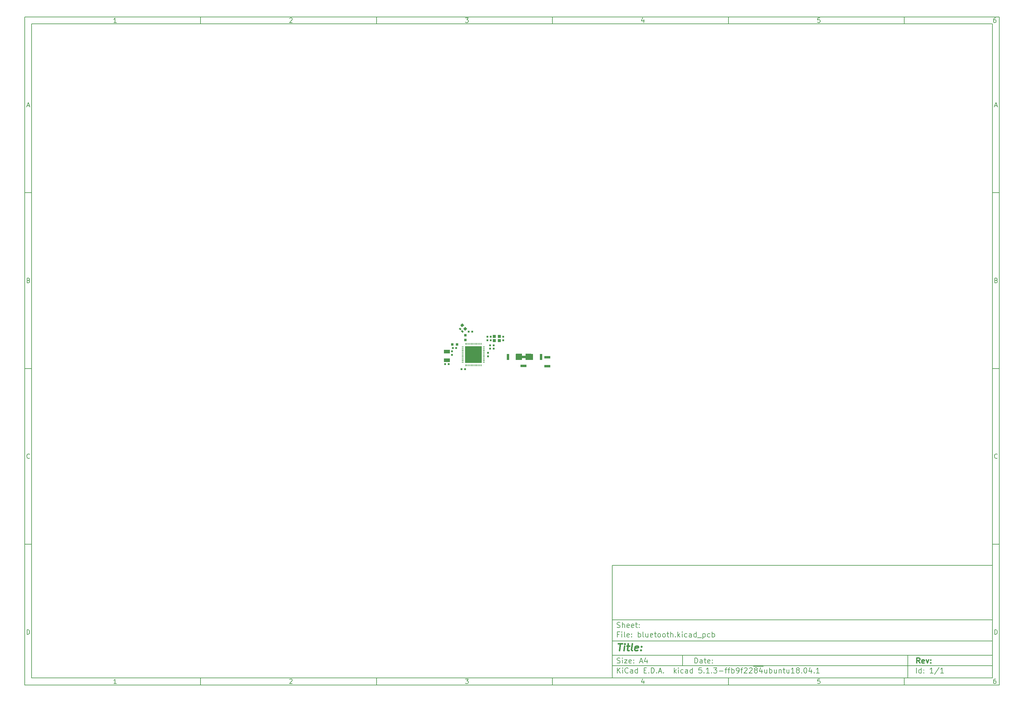
<source format=gbr>
%TF.GenerationSoftware,KiCad,Pcbnew,5.1.3-ffb9f22~84~ubuntu18.04.1*%
%TF.CreationDate,2019-07-25T20:39:45+03:00*%
%TF.ProjectId,bluetooth,626c7565-746f-46f7-9468-2e6b69636164,rev?*%
%TF.SameCoordinates,Original*%
%TF.FileFunction,Paste,Top*%
%TF.FilePolarity,Positive*%
%FSLAX45Y45*%
G04 Gerber Fmt 4.5, Leading zero omitted, Abs format (unit mm)*
G04 Created by KiCad (PCBNEW 5.1.3-ffb9f22~84~ubuntu18.04.1) date 2019-07-25 20:39:45*
%MOMM*%
%LPD*%
G04 APERTURE LIST*
%ADD10C,0.100000*%
%ADD11C,0.150000*%
%ADD12C,0.300000*%
%ADD13C,0.400000*%
%ADD14R,0.800000X1.750000*%
%ADD15R,1.750000X0.800000*%
%ADD16O,0.650000X0.200000*%
%ADD17O,0.200000X0.650000*%
%ADD18R,4.700000X4.700000*%
%ADD19R,0.600000X0.500000*%
%ADD20C,0.750000*%
%ADD21C,0.500000*%
%ADD22R,0.800000X0.750000*%
%ADD23R,0.500000X0.600000*%
%ADD24R,0.950000X0.850000*%
%ADD25R,0.750000X0.800000*%
%ADD26R,1.800000X1.000000*%
G04 APERTURE END LIST*
D10*
D11*
X17700220Y-16600720D02*
X17700220Y-19800720D01*
X28500220Y-19800720D01*
X28500220Y-16600720D01*
X17700220Y-16600720D01*
D10*
D11*
X1000000Y-1000000D02*
X1000000Y-20000720D01*
X28700220Y-20000720D01*
X28700220Y-1000000D01*
X1000000Y-1000000D01*
D10*
D11*
X1200000Y-1200000D02*
X1200000Y-19800720D01*
X28500220Y-19800720D01*
X28500220Y-1200000D01*
X1200000Y-1200000D01*
D10*
D11*
X6000000Y-1200000D02*
X6000000Y-1000000D01*
D10*
D11*
X11000000Y-1200000D02*
X11000000Y-1000000D01*
D10*
D11*
X16000000Y-1200000D02*
X16000000Y-1000000D01*
D10*
D11*
X21000000Y-1200000D02*
X21000000Y-1000000D01*
D10*
D11*
X26000000Y-1200000D02*
X26000000Y-1000000D01*
D10*
D11*
X3606548Y-1158810D02*
X3532262Y-1158810D01*
X3569405Y-1158810D02*
X3569405Y-1028809D01*
X3557024Y-1047381D01*
X3544643Y-1059762D01*
X3532262Y-1065952D01*
D10*
D11*
X8532262Y-1041190D02*
X8538452Y-1035000D01*
X8550833Y-1028809D01*
X8581786Y-1028809D01*
X8594167Y-1035000D01*
X8600357Y-1041190D01*
X8606548Y-1053571D01*
X8606548Y-1065952D01*
X8600357Y-1084524D01*
X8526071Y-1158810D01*
X8606548Y-1158810D01*
D10*
D11*
X13526071Y-1028809D02*
X13606548Y-1028809D01*
X13563214Y-1078333D01*
X13581786Y-1078333D01*
X13594167Y-1084524D01*
X13600357Y-1090714D01*
X13606548Y-1103095D01*
X13606548Y-1134048D01*
X13600357Y-1146429D01*
X13594167Y-1152619D01*
X13581786Y-1158810D01*
X13544643Y-1158810D01*
X13532262Y-1152619D01*
X13526071Y-1146429D01*
D10*
D11*
X18594167Y-1072143D02*
X18594167Y-1158810D01*
X18563214Y-1022619D02*
X18532262Y-1115476D01*
X18612738Y-1115476D01*
D10*
D11*
X23600357Y-1028809D02*
X23538452Y-1028809D01*
X23532262Y-1090714D01*
X23538452Y-1084524D01*
X23550833Y-1078333D01*
X23581786Y-1078333D01*
X23594167Y-1084524D01*
X23600357Y-1090714D01*
X23606548Y-1103095D01*
X23606548Y-1134048D01*
X23600357Y-1146429D01*
X23594167Y-1152619D01*
X23581786Y-1158810D01*
X23550833Y-1158810D01*
X23538452Y-1152619D01*
X23532262Y-1146429D01*
D10*
D11*
X28594167Y-1028809D02*
X28569405Y-1028809D01*
X28557024Y-1035000D01*
X28550833Y-1041190D01*
X28538452Y-1059762D01*
X28532262Y-1084524D01*
X28532262Y-1134048D01*
X28538452Y-1146429D01*
X28544643Y-1152619D01*
X28557024Y-1158810D01*
X28581786Y-1158810D01*
X28594167Y-1152619D01*
X28600357Y-1146429D01*
X28606548Y-1134048D01*
X28606548Y-1103095D01*
X28600357Y-1090714D01*
X28594167Y-1084524D01*
X28581786Y-1078333D01*
X28557024Y-1078333D01*
X28544643Y-1084524D01*
X28538452Y-1090714D01*
X28532262Y-1103095D01*
D10*
D11*
X6000000Y-19800720D02*
X6000000Y-20000720D01*
D10*
D11*
X11000000Y-19800720D02*
X11000000Y-20000720D01*
D10*
D11*
X16000000Y-19800720D02*
X16000000Y-20000720D01*
D10*
D11*
X21000000Y-19800720D02*
X21000000Y-20000720D01*
D10*
D11*
X26000000Y-19800720D02*
X26000000Y-20000720D01*
D10*
D11*
X3606548Y-19959530D02*
X3532262Y-19959530D01*
X3569405Y-19959530D02*
X3569405Y-19829530D01*
X3557024Y-19848101D01*
X3544643Y-19860482D01*
X3532262Y-19866672D01*
D10*
D11*
X8532262Y-19841910D02*
X8538452Y-19835720D01*
X8550833Y-19829530D01*
X8581786Y-19829530D01*
X8594167Y-19835720D01*
X8600357Y-19841910D01*
X8606548Y-19854291D01*
X8606548Y-19866672D01*
X8600357Y-19885244D01*
X8526071Y-19959530D01*
X8606548Y-19959530D01*
D10*
D11*
X13526071Y-19829530D02*
X13606548Y-19829530D01*
X13563214Y-19879053D01*
X13581786Y-19879053D01*
X13594167Y-19885244D01*
X13600357Y-19891434D01*
X13606548Y-19903815D01*
X13606548Y-19934768D01*
X13600357Y-19947149D01*
X13594167Y-19953339D01*
X13581786Y-19959530D01*
X13544643Y-19959530D01*
X13532262Y-19953339D01*
X13526071Y-19947149D01*
D10*
D11*
X18594167Y-19872863D02*
X18594167Y-19959530D01*
X18563214Y-19823339D02*
X18532262Y-19916196D01*
X18612738Y-19916196D01*
D10*
D11*
X23600357Y-19829530D02*
X23538452Y-19829530D01*
X23532262Y-19891434D01*
X23538452Y-19885244D01*
X23550833Y-19879053D01*
X23581786Y-19879053D01*
X23594167Y-19885244D01*
X23600357Y-19891434D01*
X23606548Y-19903815D01*
X23606548Y-19934768D01*
X23600357Y-19947149D01*
X23594167Y-19953339D01*
X23581786Y-19959530D01*
X23550833Y-19959530D01*
X23538452Y-19953339D01*
X23532262Y-19947149D01*
D10*
D11*
X28594167Y-19829530D02*
X28569405Y-19829530D01*
X28557024Y-19835720D01*
X28550833Y-19841910D01*
X28538452Y-19860482D01*
X28532262Y-19885244D01*
X28532262Y-19934768D01*
X28538452Y-19947149D01*
X28544643Y-19953339D01*
X28557024Y-19959530D01*
X28581786Y-19959530D01*
X28594167Y-19953339D01*
X28600357Y-19947149D01*
X28606548Y-19934768D01*
X28606548Y-19903815D01*
X28600357Y-19891434D01*
X28594167Y-19885244D01*
X28581786Y-19879053D01*
X28557024Y-19879053D01*
X28544643Y-19885244D01*
X28538452Y-19891434D01*
X28532262Y-19903815D01*
D10*
D11*
X1000000Y-6000000D02*
X1200000Y-6000000D01*
D10*
D11*
X1000000Y-11000000D02*
X1200000Y-11000000D01*
D10*
D11*
X1000000Y-16000000D02*
X1200000Y-16000000D01*
D10*
D11*
X1069048Y-3521667D02*
X1130952Y-3521667D01*
X1056667Y-3558809D02*
X1100000Y-3428809D01*
X1143333Y-3558809D01*
D10*
D11*
X1109286Y-8490714D02*
X1127857Y-8496905D01*
X1134048Y-8503095D01*
X1140238Y-8515476D01*
X1140238Y-8534048D01*
X1134048Y-8546429D01*
X1127857Y-8552619D01*
X1115476Y-8558810D01*
X1065952Y-8558810D01*
X1065952Y-8428810D01*
X1109286Y-8428810D01*
X1121667Y-8435000D01*
X1127857Y-8441190D01*
X1134048Y-8453571D01*
X1134048Y-8465952D01*
X1127857Y-8478333D01*
X1121667Y-8484524D01*
X1109286Y-8490714D01*
X1065952Y-8490714D01*
D10*
D11*
X1140238Y-13546428D02*
X1134048Y-13552619D01*
X1115476Y-13558809D01*
X1103095Y-13558809D01*
X1084524Y-13552619D01*
X1072143Y-13540238D01*
X1065952Y-13527857D01*
X1059762Y-13503095D01*
X1059762Y-13484524D01*
X1065952Y-13459762D01*
X1072143Y-13447381D01*
X1084524Y-13435000D01*
X1103095Y-13428809D01*
X1115476Y-13428809D01*
X1134048Y-13435000D01*
X1140238Y-13441190D01*
D10*
D11*
X1065952Y-18558810D02*
X1065952Y-18428810D01*
X1096905Y-18428810D01*
X1115476Y-18435000D01*
X1127857Y-18447381D01*
X1134048Y-18459762D01*
X1140238Y-18484524D01*
X1140238Y-18503095D01*
X1134048Y-18527857D01*
X1127857Y-18540238D01*
X1115476Y-18552619D01*
X1096905Y-18558810D01*
X1065952Y-18558810D01*
D10*
D11*
X28700220Y-6000000D02*
X28500220Y-6000000D01*
D10*
D11*
X28700220Y-11000000D02*
X28500220Y-11000000D01*
D10*
D11*
X28700220Y-16000000D02*
X28500220Y-16000000D01*
D10*
D11*
X28569268Y-3521667D02*
X28631172Y-3521667D01*
X28556887Y-3558809D02*
X28600220Y-3428809D01*
X28643553Y-3558809D01*
D10*
D11*
X28609506Y-8490714D02*
X28628077Y-8496905D01*
X28634268Y-8503095D01*
X28640458Y-8515476D01*
X28640458Y-8534048D01*
X28634268Y-8546429D01*
X28628077Y-8552619D01*
X28615696Y-8558810D01*
X28566172Y-8558810D01*
X28566172Y-8428810D01*
X28609506Y-8428810D01*
X28621887Y-8435000D01*
X28628077Y-8441190D01*
X28634268Y-8453571D01*
X28634268Y-8465952D01*
X28628077Y-8478333D01*
X28621887Y-8484524D01*
X28609506Y-8490714D01*
X28566172Y-8490714D01*
D10*
D11*
X28640458Y-13546428D02*
X28634268Y-13552619D01*
X28615696Y-13558809D01*
X28603315Y-13558809D01*
X28584744Y-13552619D01*
X28572363Y-13540238D01*
X28566172Y-13527857D01*
X28559982Y-13503095D01*
X28559982Y-13484524D01*
X28566172Y-13459762D01*
X28572363Y-13447381D01*
X28584744Y-13435000D01*
X28603315Y-13428809D01*
X28615696Y-13428809D01*
X28634268Y-13435000D01*
X28640458Y-13441190D01*
D10*
D11*
X28566172Y-18558810D02*
X28566172Y-18428810D01*
X28597125Y-18428810D01*
X28615696Y-18435000D01*
X28628077Y-18447381D01*
X28634268Y-18459762D01*
X28640458Y-18484524D01*
X28640458Y-18503095D01*
X28634268Y-18527857D01*
X28628077Y-18540238D01*
X28615696Y-18552619D01*
X28597125Y-18558810D01*
X28566172Y-18558810D01*
D10*
D11*
X20043434Y-19378577D02*
X20043434Y-19228577D01*
X20079149Y-19228577D01*
X20100577Y-19235720D01*
X20114863Y-19250006D01*
X20122006Y-19264291D01*
X20129149Y-19292863D01*
X20129149Y-19314291D01*
X20122006Y-19342863D01*
X20114863Y-19357149D01*
X20100577Y-19371434D01*
X20079149Y-19378577D01*
X20043434Y-19378577D01*
X20257720Y-19378577D02*
X20257720Y-19300006D01*
X20250577Y-19285720D01*
X20236291Y-19278577D01*
X20207720Y-19278577D01*
X20193434Y-19285720D01*
X20257720Y-19371434D02*
X20243434Y-19378577D01*
X20207720Y-19378577D01*
X20193434Y-19371434D01*
X20186291Y-19357149D01*
X20186291Y-19342863D01*
X20193434Y-19328577D01*
X20207720Y-19321434D01*
X20243434Y-19321434D01*
X20257720Y-19314291D01*
X20307720Y-19278577D02*
X20364863Y-19278577D01*
X20329149Y-19228577D02*
X20329149Y-19357149D01*
X20336291Y-19371434D01*
X20350577Y-19378577D01*
X20364863Y-19378577D01*
X20472006Y-19371434D02*
X20457720Y-19378577D01*
X20429149Y-19378577D01*
X20414863Y-19371434D01*
X20407720Y-19357149D01*
X20407720Y-19300006D01*
X20414863Y-19285720D01*
X20429149Y-19278577D01*
X20457720Y-19278577D01*
X20472006Y-19285720D01*
X20479149Y-19300006D01*
X20479149Y-19314291D01*
X20407720Y-19328577D01*
X20543434Y-19364291D02*
X20550577Y-19371434D01*
X20543434Y-19378577D01*
X20536291Y-19371434D01*
X20543434Y-19364291D01*
X20543434Y-19378577D01*
X20543434Y-19285720D02*
X20550577Y-19292863D01*
X20543434Y-19300006D01*
X20536291Y-19292863D01*
X20543434Y-19285720D01*
X20543434Y-19300006D01*
D10*
D11*
X17700220Y-19450720D02*
X28500220Y-19450720D01*
D10*
D11*
X17843434Y-19658577D02*
X17843434Y-19508577D01*
X17929149Y-19658577D02*
X17864863Y-19572863D01*
X17929149Y-19508577D02*
X17843434Y-19594291D01*
X17993434Y-19658577D02*
X17993434Y-19558577D01*
X17993434Y-19508577D02*
X17986291Y-19515720D01*
X17993434Y-19522863D01*
X18000577Y-19515720D01*
X17993434Y-19508577D01*
X17993434Y-19522863D01*
X18150577Y-19644291D02*
X18143434Y-19651434D01*
X18122006Y-19658577D01*
X18107720Y-19658577D01*
X18086291Y-19651434D01*
X18072006Y-19637149D01*
X18064863Y-19622863D01*
X18057720Y-19594291D01*
X18057720Y-19572863D01*
X18064863Y-19544291D01*
X18072006Y-19530006D01*
X18086291Y-19515720D01*
X18107720Y-19508577D01*
X18122006Y-19508577D01*
X18143434Y-19515720D01*
X18150577Y-19522863D01*
X18279149Y-19658577D02*
X18279149Y-19580006D01*
X18272006Y-19565720D01*
X18257720Y-19558577D01*
X18229149Y-19558577D01*
X18214863Y-19565720D01*
X18279149Y-19651434D02*
X18264863Y-19658577D01*
X18229149Y-19658577D01*
X18214863Y-19651434D01*
X18207720Y-19637149D01*
X18207720Y-19622863D01*
X18214863Y-19608577D01*
X18229149Y-19601434D01*
X18264863Y-19601434D01*
X18279149Y-19594291D01*
X18414863Y-19658577D02*
X18414863Y-19508577D01*
X18414863Y-19651434D02*
X18400577Y-19658577D01*
X18372006Y-19658577D01*
X18357720Y-19651434D01*
X18350577Y-19644291D01*
X18343434Y-19630006D01*
X18343434Y-19587149D01*
X18350577Y-19572863D01*
X18357720Y-19565720D01*
X18372006Y-19558577D01*
X18400577Y-19558577D01*
X18414863Y-19565720D01*
X18600577Y-19580006D02*
X18650577Y-19580006D01*
X18672006Y-19658577D02*
X18600577Y-19658577D01*
X18600577Y-19508577D01*
X18672006Y-19508577D01*
X18736291Y-19644291D02*
X18743434Y-19651434D01*
X18736291Y-19658577D01*
X18729149Y-19651434D01*
X18736291Y-19644291D01*
X18736291Y-19658577D01*
X18807720Y-19658577D02*
X18807720Y-19508577D01*
X18843434Y-19508577D01*
X18864863Y-19515720D01*
X18879149Y-19530006D01*
X18886291Y-19544291D01*
X18893434Y-19572863D01*
X18893434Y-19594291D01*
X18886291Y-19622863D01*
X18879149Y-19637149D01*
X18864863Y-19651434D01*
X18843434Y-19658577D01*
X18807720Y-19658577D01*
X18957720Y-19644291D02*
X18964863Y-19651434D01*
X18957720Y-19658577D01*
X18950577Y-19651434D01*
X18957720Y-19644291D01*
X18957720Y-19658577D01*
X19022006Y-19615720D02*
X19093434Y-19615720D01*
X19007720Y-19658577D02*
X19057720Y-19508577D01*
X19107720Y-19658577D01*
X19157720Y-19644291D02*
X19164863Y-19651434D01*
X19157720Y-19658577D01*
X19150577Y-19651434D01*
X19157720Y-19644291D01*
X19157720Y-19658577D01*
X19457720Y-19658577D02*
X19457720Y-19508577D01*
X19472006Y-19601434D02*
X19514863Y-19658577D01*
X19514863Y-19558577D02*
X19457720Y-19615720D01*
X19579149Y-19658577D02*
X19579149Y-19558577D01*
X19579149Y-19508577D02*
X19572006Y-19515720D01*
X19579149Y-19522863D01*
X19586291Y-19515720D01*
X19579149Y-19508577D01*
X19579149Y-19522863D01*
X19714863Y-19651434D02*
X19700577Y-19658577D01*
X19672006Y-19658577D01*
X19657720Y-19651434D01*
X19650577Y-19644291D01*
X19643434Y-19630006D01*
X19643434Y-19587149D01*
X19650577Y-19572863D01*
X19657720Y-19565720D01*
X19672006Y-19558577D01*
X19700577Y-19558577D01*
X19714863Y-19565720D01*
X19843434Y-19658577D02*
X19843434Y-19580006D01*
X19836291Y-19565720D01*
X19822006Y-19558577D01*
X19793434Y-19558577D01*
X19779149Y-19565720D01*
X19843434Y-19651434D02*
X19829149Y-19658577D01*
X19793434Y-19658577D01*
X19779149Y-19651434D01*
X19772006Y-19637149D01*
X19772006Y-19622863D01*
X19779149Y-19608577D01*
X19793434Y-19601434D01*
X19829149Y-19601434D01*
X19843434Y-19594291D01*
X19979149Y-19658577D02*
X19979149Y-19508577D01*
X19979149Y-19651434D02*
X19964863Y-19658577D01*
X19936291Y-19658577D01*
X19922006Y-19651434D01*
X19914863Y-19644291D01*
X19907720Y-19630006D01*
X19907720Y-19587149D01*
X19914863Y-19572863D01*
X19922006Y-19565720D01*
X19936291Y-19558577D01*
X19964863Y-19558577D01*
X19979149Y-19565720D01*
X20236291Y-19508577D02*
X20164863Y-19508577D01*
X20157720Y-19580006D01*
X20164863Y-19572863D01*
X20179149Y-19565720D01*
X20214863Y-19565720D01*
X20229149Y-19572863D01*
X20236291Y-19580006D01*
X20243434Y-19594291D01*
X20243434Y-19630006D01*
X20236291Y-19644291D01*
X20229149Y-19651434D01*
X20214863Y-19658577D01*
X20179149Y-19658577D01*
X20164863Y-19651434D01*
X20157720Y-19644291D01*
X20307720Y-19644291D02*
X20314863Y-19651434D01*
X20307720Y-19658577D01*
X20300577Y-19651434D01*
X20307720Y-19644291D01*
X20307720Y-19658577D01*
X20457720Y-19658577D02*
X20372006Y-19658577D01*
X20414863Y-19658577D02*
X20414863Y-19508577D01*
X20400577Y-19530006D01*
X20386291Y-19544291D01*
X20372006Y-19551434D01*
X20522006Y-19644291D02*
X20529149Y-19651434D01*
X20522006Y-19658577D01*
X20514863Y-19651434D01*
X20522006Y-19644291D01*
X20522006Y-19658577D01*
X20579149Y-19508577D02*
X20672006Y-19508577D01*
X20622006Y-19565720D01*
X20643434Y-19565720D01*
X20657720Y-19572863D01*
X20664863Y-19580006D01*
X20672006Y-19594291D01*
X20672006Y-19630006D01*
X20664863Y-19644291D01*
X20657720Y-19651434D01*
X20643434Y-19658577D01*
X20600577Y-19658577D01*
X20586291Y-19651434D01*
X20579149Y-19644291D01*
X20736291Y-19601434D02*
X20850577Y-19601434D01*
X20900577Y-19558577D02*
X20957720Y-19558577D01*
X20922006Y-19658577D02*
X20922006Y-19530006D01*
X20929149Y-19515720D01*
X20943434Y-19508577D01*
X20957720Y-19508577D01*
X20986291Y-19558577D02*
X21043434Y-19558577D01*
X21007720Y-19658577D02*
X21007720Y-19530006D01*
X21014863Y-19515720D01*
X21029149Y-19508577D01*
X21043434Y-19508577D01*
X21093434Y-19658577D02*
X21093434Y-19508577D01*
X21093434Y-19565720D02*
X21107720Y-19558577D01*
X21136291Y-19558577D01*
X21150577Y-19565720D01*
X21157720Y-19572863D01*
X21164863Y-19587149D01*
X21164863Y-19630006D01*
X21157720Y-19644291D01*
X21150577Y-19651434D01*
X21136291Y-19658577D01*
X21107720Y-19658577D01*
X21093434Y-19651434D01*
X21236291Y-19658577D02*
X21264863Y-19658577D01*
X21279149Y-19651434D01*
X21286291Y-19644291D01*
X21300577Y-19622863D01*
X21307720Y-19594291D01*
X21307720Y-19537149D01*
X21300577Y-19522863D01*
X21293434Y-19515720D01*
X21279149Y-19508577D01*
X21250577Y-19508577D01*
X21236291Y-19515720D01*
X21229149Y-19522863D01*
X21222006Y-19537149D01*
X21222006Y-19572863D01*
X21229149Y-19587149D01*
X21236291Y-19594291D01*
X21250577Y-19601434D01*
X21279149Y-19601434D01*
X21293434Y-19594291D01*
X21300577Y-19587149D01*
X21307720Y-19572863D01*
X21350577Y-19558577D02*
X21407720Y-19558577D01*
X21372006Y-19658577D02*
X21372006Y-19530006D01*
X21379149Y-19515720D01*
X21393434Y-19508577D01*
X21407720Y-19508577D01*
X21450577Y-19522863D02*
X21457720Y-19515720D01*
X21472006Y-19508577D01*
X21507720Y-19508577D01*
X21522006Y-19515720D01*
X21529149Y-19522863D01*
X21536291Y-19537149D01*
X21536291Y-19551434D01*
X21529149Y-19572863D01*
X21443434Y-19658577D01*
X21536291Y-19658577D01*
X21593434Y-19522863D02*
X21600577Y-19515720D01*
X21614863Y-19508577D01*
X21650577Y-19508577D01*
X21664863Y-19515720D01*
X21672006Y-19522863D01*
X21679149Y-19537149D01*
X21679149Y-19551434D01*
X21672006Y-19572863D01*
X21586291Y-19658577D01*
X21679149Y-19658577D01*
X21707720Y-19467720D02*
X21850577Y-19467720D01*
X21764863Y-19572863D02*
X21750577Y-19565720D01*
X21743434Y-19558577D01*
X21736291Y-19544291D01*
X21736291Y-19537149D01*
X21743434Y-19522863D01*
X21750577Y-19515720D01*
X21764863Y-19508577D01*
X21793434Y-19508577D01*
X21807720Y-19515720D01*
X21814863Y-19522863D01*
X21822006Y-19537149D01*
X21822006Y-19544291D01*
X21814863Y-19558577D01*
X21807720Y-19565720D01*
X21793434Y-19572863D01*
X21764863Y-19572863D01*
X21750577Y-19580006D01*
X21743434Y-19587149D01*
X21736291Y-19601434D01*
X21736291Y-19630006D01*
X21743434Y-19644291D01*
X21750577Y-19651434D01*
X21764863Y-19658577D01*
X21793434Y-19658577D01*
X21807720Y-19651434D01*
X21814863Y-19644291D01*
X21822006Y-19630006D01*
X21822006Y-19601434D01*
X21814863Y-19587149D01*
X21807720Y-19580006D01*
X21793434Y-19572863D01*
X21850577Y-19467720D02*
X21993434Y-19467720D01*
X21950577Y-19558577D02*
X21950577Y-19658577D01*
X21914863Y-19501434D02*
X21879149Y-19608577D01*
X21972006Y-19608577D01*
X22093434Y-19558577D02*
X22093434Y-19658577D01*
X22029149Y-19558577D02*
X22029149Y-19637149D01*
X22036291Y-19651434D01*
X22050577Y-19658577D01*
X22072006Y-19658577D01*
X22086291Y-19651434D01*
X22093434Y-19644291D01*
X22164863Y-19658577D02*
X22164863Y-19508577D01*
X22164863Y-19565720D02*
X22179149Y-19558577D01*
X22207720Y-19558577D01*
X22222006Y-19565720D01*
X22229149Y-19572863D01*
X22236291Y-19587149D01*
X22236291Y-19630006D01*
X22229149Y-19644291D01*
X22222006Y-19651434D01*
X22207720Y-19658577D01*
X22179149Y-19658577D01*
X22164863Y-19651434D01*
X22364863Y-19558577D02*
X22364863Y-19658577D01*
X22300577Y-19558577D02*
X22300577Y-19637149D01*
X22307720Y-19651434D01*
X22322006Y-19658577D01*
X22343434Y-19658577D01*
X22357720Y-19651434D01*
X22364863Y-19644291D01*
X22436291Y-19558577D02*
X22436291Y-19658577D01*
X22436291Y-19572863D02*
X22443434Y-19565720D01*
X22457720Y-19558577D01*
X22479148Y-19558577D01*
X22493434Y-19565720D01*
X22500577Y-19580006D01*
X22500577Y-19658577D01*
X22550577Y-19558577D02*
X22607720Y-19558577D01*
X22572006Y-19508577D02*
X22572006Y-19637149D01*
X22579148Y-19651434D01*
X22593434Y-19658577D01*
X22607720Y-19658577D01*
X22722006Y-19558577D02*
X22722006Y-19658577D01*
X22657720Y-19558577D02*
X22657720Y-19637149D01*
X22664863Y-19651434D01*
X22679148Y-19658577D01*
X22700577Y-19658577D01*
X22714863Y-19651434D01*
X22722006Y-19644291D01*
X22872006Y-19658577D02*
X22786291Y-19658577D01*
X22829148Y-19658577D02*
X22829148Y-19508577D01*
X22814863Y-19530006D01*
X22800577Y-19544291D01*
X22786291Y-19551434D01*
X22957720Y-19572863D02*
X22943434Y-19565720D01*
X22936291Y-19558577D01*
X22929148Y-19544291D01*
X22929148Y-19537149D01*
X22936291Y-19522863D01*
X22943434Y-19515720D01*
X22957720Y-19508577D01*
X22986291Y-19508577D01*
X23000577Y-19515720D01*
X23007720Y-19522863D01*
X23014863Y-19537149D01*
X23014863Y-19544291D01*
X23007720Y-19558577D01*
X23000577Y-19565720D01*
X22986291Y-19572863D01*
X22957720Y-19572863D01*
X22943434Y-19580006D01*
X22936291Y-19587149D01*
X22929148Y-19601434D01*
X22929148Y-19630006D01*
X22936291Y-19644291D01*
X22943434Y-19651434D01*
X22957720Y-19658577D01*
X22986291Y-19658577D01*
X23000577Y-19651434D01*
X23007720Y-19644291D01*
X23014863Y-19630006D01*
X23014863Y-19601434D01*
X23007720Y-19587149D01*
X23000577Y-19580006D01*
X22986291Y-19572863D01*
X23079148Y-19644291D02*
X23086291Y-19651434D01*
X23079148Y-19658577D01*
X23072006Y-19651434D01*
X23079148Y-19644291D01*
X23079148Y-19658577D01*
X23179148Y-19508577D02*
X23193434Y-19508577D01*
X23207720Y-19515720D01*
X23214863Y-19522863D01*
X23222006Y-19537149D01*
X23229148Y-19565720D01*
X23229148Y-19601434D01*
X23222006Y-19630006D01*
X23214863Y-19644291D01*
X23207720Y-19651434D01*
X23193434Y-19658577D01*
X23179148Y-19658577D01*
X23164863Y-19651434D01*
X23157720Y-19644291D01*
X23150577Y-19630006D01*
X23143434Y-19601434D01*
X23143434Y-19565720D01*
X23150577Y-19537149D01*
X23157720Y-19522863D01*
X23164863Y-19515720D01*
X23179148Y-19508577D01*
X23357720Y-19558577D02*
X23357720Y-19658577D01*
X23322006Y-19501434D02*
X23286291Y-19608577D01*
X23379148Y-19608577D01*
X23436291Y-19644291D02*
X23443434Y-19651434D01*
X23436291Y-19658577D01*
X23429148Y-19651434D01*
X23436291Y-19644291D01*
X23436291Y-19658577D01*
X23586291Y-19658577D02*
X23500577Y-19658577D01*
X23543434Y-19658577D02*
X23543434Y-19508577D01*
X23529148Y-19530006D01*
X23514863Y-19544291D01*
X23500577Y-19551434D01*
D10*
D11*
X17700220Y-19150720D02*
X28500220Y-19150720D01*
D10*
D12*
X26441148Y-19378577D02*
X26391148Y-19307149D01*
X26355434Y-19378577D02*
X26355434Y-19228577D01*
X26412577Y-19228577D01*
X26426863Y-19235720D01*
X26434006Y-19242863D01*
X26441148Y-19257149D01*
X26441148Y-19278577D01*
X26434006Y-19292863D01*
X26426863Y-19300006D01*
X26412577Y-19307149D01*
X26355434Y-19307149D01*
X26562577Y-19371434D02*
X26548291Y-19378577D01*
X26519720Y-19378577D01*
X26505434Y-19371434D01*
X26498291Y-19357149D01*
X26498291Y-19300006D01*
X26505434Y-19285720D01*
X26519720Y-19278577D01*
X26548291Y-19278577D01*
X26562577Y-19285720D01*
X26569720Y-19300006D01*
X26569720Y-19314291D01*
X26498291Y-19328577D01*
X26619720Y-19278577D02*
X26655434Y-19378577D01*
X26691148Y-19278577D01*
X26748291Y-19364291D02*
X26755434Y-19371434D01*
X26748291Y-19378577D01*
X26741148Y-19371434D01*
X26748291Y-19364291D01*
X26748291Y-19378577D01*
X26748291Y-19285720D02*
X26755434Y-19292863D01*
X26748291Y-19300006D01*
X26741148Y-19292863D01*
X26748291Y-19285720D01*
X26748291Y-19300006D01*
D10*
D11*
X17836291Y-19371434D02*
X17857720Y-19378577D01*
X17893434Y-19378577D01*
X17907720Y-19371434D01*
X17914863Y-19364291D01*
X17922006Y-19350006D01*
X17922006Y-19335720D01*
X17914863Y-19321434D01*
X17907720Y-19314291D01*
X17893434Y-19307149D01*
X17864863Y-19300006D01*
X17850577Y-19292863D01*
X17843434Y-19285720D01*
X17836291Y-19271434D01*
X17836291Y-19257149D01*
X17843434Y-19242863D01*
X17850577Y-19235720D01*
X17864863Y-19228577D01*
X17900577Y-19228577D01*
X17922006Y-19235720D01*
X17986291Y-19378577D02*
X17986291Y-19278577D01*
X17986291Y-19228577D02*
X17979149Y-19235720D01*
X17986291Y-19242863D01*
X17993434Y-19235720D01*
X17986291Y-19228577D01*
X17986291Y-19242863D01*
X18043434Y-19278577D02*
X18122006Y-19278577D01*
X18043434Y-19378577D01*
X18122006Y-19378577D01*
X18236291Y-19371434D02*
X18222006Y-19378577D01*
X18193434Y-19378577D01*
X18179149Y-19371434D01*
X18172006Y-19357149D01*
X18172006Y-19300006D01*
X18179149Y-19285720D01*
X18193434Y-19278577D01*
X18222006Y-19278577D01*
X18236291Y-19285720D01*
X18243434Y-19300006D01*
X18243434Y-19314291D01*
X18172006Y-19328577D01*
X18307720Y-19364291D02*
X18314863Y-19371434D01*
X18307720Y-19378577D01*
X18300577Y-19371434D01*
X18307720Y-19364291D01*
X18307720Y-19378577D01*
X18307720Y-19285720D02*
X18314863Y-19292863D01*
X18307720Y-19300006D01*
X18300577Y-19292863D01*
X18307720Y-19285720D01*
X18307720Y-19300006D01*
X18486291Y-19335720D02*
X18557720Y-19335720D01*
X18472006Y-19378577D02*
X18522006Y-19228577D01*
X18572006Y-19378577D01*
X18686291Y-19278577D02*
X18686291Y-19378577D01*
X18650577Y-19221434D02*
X18614863Y-19328577D01*
X18707720Y-19328577D01*
D10*
D11*
X26343434Y-19658577D02*
X26343434Y-19508577D01*
X26479148Y-19658577D02*
X26479148Y-19508577D01*
X26479148Y-19651434D02*
X26464863Y-19658577D01*
X26436291Y-19658577D01*
X26422006Y-19651434D01*
X26414863Y-19644291D01*
X26407720Y-19630006D01*
X26407720Y-19587149D01*
X26414863Y-19572863D01*
X26422006Y-19565720D01*
X26436291Y-19558577D01*
X26464863Y-19558577D01*
X26479148Y-19565720D01*
X26550577Y-19644291D02*
X26557720Y-19651434D01*
X26550577Y-19658577D01*
X26543434Y-19651434D01*
X26550577Y-19644291D01*
X26550577Y-19658577D01*
X26550577Y-19565720D02*
X26557720Y-19572863D01*
X26550577Y-19580006D01*
X26543434Y-19572863D01*
X26550577Y-19565720D01*
X26550577Y-19580006D01*
X26814863Y-19658577D02*
X26729148Y-19658577D01*
X26772006Y-19658577D02*
X26772006Y-19508577D01*
X26757720Y-19530006D01*
X26743434Y-19544291D01*
X26729148Y-19551434D01*
X26986291Y-19501434D02*
X26857720Y-19694291D01*
X27114863Y-19658577D02*
X27029148Y-19658577D01*
X27072006Y-19658577D02*
X27072006Y-19508577D01*
X27057720Y-19530006D01*
X27043434Y-19544291D01*
X27029148Y-19551434D01*
D10*
D11*
X17700220Y-18750720D02*
X28500220Y-18750720D01*
D10*
D13*
X17871458Y-18821196D02*
X17985744Y-18821196D01*
X17903601Y-19021196D02*
X17928601Y-18821196D01*
X18027410Y-19021196D02*
X18044077Y-18887863D01*
X18052410Y-18821196D02*
X18041696Y-18830720D01*
X18050030Y-18840244D01*
X18060744Y-18830720D01*
X18052410Y-18821196D01*
X18050030Y-18840244D01*
X18110744Y-18887863D02*
X18186934Y-18887863D01*
X18147649Y-18821196D02*
X18126220Y-18992625D01*
X18133363Y-19011672D01*
X18151220Y-19021196D01*
X18170268Y-19021196D01*
X18265506Y-19021196D02*
X18247649Y-19011672D01*
X18240506Y-18992625D01*
X18261934Y-18821196D01*
X18419077Y-19011672D02*
X18398839Y-19021196D01*
X18360744Y-19021196D01*
X18342887Y-19011672D01*
X18335744Y-18992625D01*
X18345268Y-18916434D01*
X18357172Y-18897387D01*
X18377410Y-18887863D01*
X18415506Y-18887863D01*
X18433363Y-18897387D01*
X18440506Y-18916434D01*
X18438125Y-18935482D01*
X18340506Y-18954530D01*
X18515506Y-19002149D02*
X18523839Y-19011672D01*
X18513125Y-19021196D01*
X18504791Y-19011672D01*
X18515506Y-19002149D01*
X18513125Y-19021196D01*
X18528601Y-18897387D02*
X18536934Y-18906910D01*
X18526220Y-18916434D01*
X18517887Y-18906910D01*
X18528601Y-18897387D01*
X18526220Y-18916434D01*
D10*
D11*
X17893434Y-18560006D02*
X17843434Y-18560006D01*
X17843434Y-18638577D02*
X17843434Y-18488577D01*
X17914863Y-18488577D01*
X17972006Y-18638577D02*
X17972006Y-18538577D01*
X17972006Y-18488577D02*
X17964863Y-18495720D01*
X17972006Y-18502863D01*
X17979149Y-18495720D01*
X17972006Y-18488577D01*
X17972006Y-18502863D01*
X18064863Y-18638577D02*
X18050577Y-18631434D01*
X18043434Y-18617149D01*
X18043434Y-18488577D01*
X18179149Y-18631434D02*
X18164863Y-18638577D01*
X18136291Y-18638577D01*
X18122006Y-18631434D01*
X18114863Y-18617149D01*
X18114863Y-18560006D01*
X18122006Y-18545720D01*
X18136291Y-18538577D01*
X18164863Y-18538577D01*
X18179149Y-18545720D01*
X18186291Y-18560006D01*
X18186291Y-18574291D01*
X18114863Y-18588577D01*
X18250577Y-18624291D02*
X18257720Y-18631434D01*
X18250577Y-18638577D01*
X18243434Y-18631434D01*
X18250577Y-18624291D01*
X18250577Y-18638577D01*
X18250577Y-18545720D02*
X18257720Y-18552863D01*
X18250577Y-18560006D01*
X18243434Y-18552863D01*
X18250577Y-18545720D01*
X18250577Y-18560006D01*
X18436291Y-18638577D02*
X18436291Y-18488577D01*
X18436291Y-18545720D02*
X18450577Y-18538577D01*
X18479149Y-18538577D01*
X18493434Y-18545720D01*
X18500577Y-18552863D01*
X18507720Y-18567149D01*
X18507720Y-18610006D01*
X18500577Y-18624291D01*
X18493434Y-18631434D01*
X18479149Y-18638577D01*
X18450577Y-18638577D01*
X18436291Y-18631434D01*
X18593434Y-18638577D02*
X18579149Y-18631434D01*
X18572006Y-18617149D01*
X18572006Y-18488577D01*
X18714863Y-18538577D02*
X18714863Y-18638577D01*
X18650577Y-18538577D02*
X18650577Y-18617149D01*
X18657720Y-18631434D01*
X18672006Y-18638577D01*
X18693434Y-18638577D01*
X18707720Y-18631434D01*
X18714863Y-18624291D01*
X18843434Y-18631434D02*
X18829149Y-18638577D01*
X18800577Y-18638577D01*
X18786291Y-18631434D01*
X18779149Y-18617149D01*
X18779149Y-18560006D01*
X18786291Y-18545720D01*
X18800577Y-18538577D01*
X18829149Y-18538577D01*
X18843434Y-18545720D01*
X18850577Y-18560006D01*
X18850577Y-18574291D01*
X18779149Y-18588577D01*
X18893434Y-18538577D02*
X18950577Y-18538577D01*
X18914863Y-18488577D02*
X18914863Y-18617149D01*
X18922006Y-18631434D01*
X18936291Y-18638577D01*
X18950577Y-18638577D01*
X19022006Y-18638577D02*
X19007720Y-18631434D01*
X19000577Y-18624291D01*
X18993434Y-18610006D01*
X18993434Y-18567149D01*
X19000577Y-18552863D01*
X19007720Y-18545720D01*
X19022006Y-18538577D01*
X19043434Y-18538577D01*
X19057720Y-18545720D01*
X19064863Y-18552863D01*
X19072006Y-18567149D01*
X19072006Y-18610006D01*
X19064863Y-18624291D01*
X19057720Y-18631434D01*
X19043434Y-18638577D01*
X19022006Y-18638577D01*
X19157720Y-18638577D02*
X19143434Y-18631434D01*
X19136291Y-18624291D01*
X19129149Y-18610006D01*
X19129149Y-18567149D01*
X19136291Y-18552863D01*
X19143434Y-18545720D01*
X19157720Y-18538577D01*
X19179149Y-18538577D01*
X19193434Y-18545720D01*
X19200577Y-18552863D01*
X19207720Y-18567149D01*
X19207720Y-18610006D01*
X19200577Y-18624291D01*
X19193434Y-18631434D01*
X19179149Y-18638577D01*
X19157720Y-18638577D01*
X19250577Y-18538577D02*
X19307720Y-18538577D01*
X19272006Y-18488577D02*
X19272006Y-18617149D01*
X19279149Y-18631434D01*
X19293434Y-18638577D01*
X19307720Y-18638577D01*
X19357720Y-18638577D02*
X19357720Y-18488577D01*
X19422006Y-18638577D02*
X19422006Y-18560006D01*
X19414863Y-18545720D01*
X19400577Y-18538577D01*
X19379149Y-18538577D01*
X19364863Y-18545720D01*
X19357720Y-18552863D01*
X19493434Y-18624291D02*
X19500577Y-18631434D01*
X19493434Y-18638577D01*
X19486291Y-18631434D01*
X19493434Y-18624291D01*
X19493434Y-18638577D01*
X19564863Y-18638577D02*
X19564863Y-18488577D01*
X19579149Y-18581434D02*
X19622006Y-18638577D01*
X19622006Y-18538577D02*
X19564863Y-18595720D01*
X19686291Y-18638577D02*
X19686291Y-18538577D01*
X19686291Y-18488577D02*
X19679149Y-18495720D01*
X19686291Y-18502863D01*
X19693434Y-18495720D01*
X19686291Y-18488577D01*
X19686291Y-18502863D01*
X19822006Y-18631434D02*
X19807720Y-18638577D01*
X19779149Y-18638577D01*
X19764863Y-18631434D01*
X19757720Y-18624291D01*
X19750577Y-18610006D01*
X19750577Y-18567149D01*
X19757720Y-18552863D01*
X19764863Y-18545720D01*
X19779149Y-18538577D01*
X19807720Y-18538577D01*
X19822006Y-18545720D01*
X19950577Y-18638577D02*
X19950577Y-18560006D01*
X19943434Y-18545720D01*
X19929149Y-18538577D01*
X19900577Y-18538577D01*
X19886291Y-18545720D01*
X19950577Y-18631434D02*
X19936291Y-18638577D01*
X19900577Y-18638577D01*
X19886291Y-18631434D01*
X19879149Y-18617149D01*
X19879149Y-18602863D01*
X19886291Y-18588577D01*
X19900577Y-18581434D01*
X19936291Y-18581434D01*
X19950577Y-18574291D01*
X20086291Y-18638577D02*
X20086291Y-18488577D01*
X20086291Y-18631434D02*
X20072006Y-18638577D01*
X20043434Y-18638577D01*
X20029149Y-18631434D01*
X20022006Y-18624291D01*
X20014863Y-18610006D01*
X20014863Y-18567149D01*
X20022006Y-18552863D01*
X20029149Y-18545720D01*
X20043434Y-18538577D01*
X20072006Y-18538577D01*
X20086291Y-18545720D01*
X20122006Y-18652863D02*
X20236291Y-18652863D01*
X20272006Y-18538577D02*
X20272006Y-18688577D01*
X20272006Y-18545720D02*
X20286291Y-18538577D01*
X20314863Y-18538577D01*
X20329149Y-18545720D01*
X20336291Y-18552863D01*
X20343434Y-18567149D01*
X20343434Y-18610006D01*
X20336291Y-18624291D01*
X20329149Y-18631434D01*
X20314863Y-18638577D01*
X20286291Y-18638577D01*
X20272006Y-18631434D01*
X20472006Y-18631434D02*
X20457720Y-18638577D01*
X20429149Y-18638577D01*
X20414863Y-18631434D01*
X20407720Y-18624291D01*
X20400577Y-18610006D01*
X20400577Y-18567149D01*
X20407720Y-18552863D01*
X20414863Y-18545720D01*
X20429149Y-18538577D01*
X20457720Y-18538577D01*
X20472006Y-18545720D01*
X20536291Y-18638577D02*
X20536291Y-18488577D01*
X20536291Y-18545720D02*
X20550577Y-18538577D01*
X20579149Y-18538577D01*
X20593434Y-18545720D01*
X20600577Y-18552863D01*
X20607720Y-18567149D01*
X20607720Y-18610006D01*
X20600577Y-18624291D01*
X20593434Y-18631434D01*
X20579149Y-18638577D01*
X20550577Y-18638577D01*
X20536291Y-18631434D01*
D10*
D11*
X17700220Y-18150720D02*
X28500220Y-18150720D01*
D10*
D11*
X17836291Y-18361434D02*
X17857720Y-18368577D01*
X17893434Y-18368577D01*
X17907720Y-18361434D01*
X17914863Y-18354291D01*
X17922006Y-18340006D01*
X17922006Y-18325720D01*
X17914863Y-18311434D01*
X17907720Y-18304291D01*
X17893434Y-18297149D01*
X17864863Y-18290006D01*
X17850577Y-18282863D01*
X17843434Y-18275720D01*
X17836291Y-18261434D01*
X17836291Y-18247149D01*
X17843434Y-18232863D01*
X17850577Y-18225720D01*
X17864863Y-18218577D01*
X17900577Y-18218577D01*
X17922006Y-18225720D01*
X17986291Y-18368577D02*
X17986291Y-18218577D01*
X18050577Y-18368577D02*
X18050577Y-18290006D01*
X18043434Y-18275720D01*
X18029149Y-18268577D01*
X18007720Y-18268577D01*
X17993434Y-18275720D01*
X17986291Y-18282863D01*
X18179149Y-18361434D02*
X18164863Y-18368577D01*
X18136291Y-18368577D01*
X18122006Y-18361434D01*
X18114863Y-18347149D01*
X18114863Y-18290006D01*
X18122006Y-18275720D01*
X18136291Y-18268577D01*
X18164863Y-18268577D01*
X18179149Y-18275720D01*
X18186291Y-18290006D01*
X18186291Y-18304291D01*
X18114863Y-18318577D01*
X18307720Y-18361434D02*
X18293434Y-18368577D01*
X18264863Y-18368577D01*
X18250577Y-18361434D01*
X18243434Y-18347149D01*
X18243434Y-18290006D01*
X18250577Y-18275720D01*
X18264863Y-18268577D01*
X18293434Y-18268577D01*
X18307720Y-18275720D01*
X18314863Y-18290006D01*
X18314863Y-18304291D01*
X18243434Y-18318577D01*
X18357720Y-18268577D02*
X18414863Y-18268577D01*
X18379149Y-18218577D02*
X18379149Y-18347149D01*
X18386291Y-18361434D01*
X18400577Y-18368577D01*
X18414863Y-18368577D01*
X18464863Y-18354291D02*
X18472006Y-18361434D01*
X18464863Y-18368577D01*
X18457720Y-18361434D01*
X18464863Y-18354291D01*
X18464863Y-18368577D01*
X18464863Y-18275720D02*
X18472006Y-18282863D01*
X18464863Y-18290006D01*
X18457720Y-18282863D01*
X18464863Y-18275720D01*
X18464863Y-18290006D01*
D10*
D11*
X19700220Y-19150720D02*
X19700220Y-19450720D01*
D10*
D11*
X26100220Y-19150720D02*
X26100220Y-19800720D01*
D14*
%TO.C,Cap_2*%
X14992000Y-10667000D03*
X14737000Y-10667000D03*
%TD*%
D15*
%TO.C,Cap_4*%
X15851000Y-10682500D03*
X15851000Y-10937500D03*
%TD*%
D14*
%TO.C,Cap_1*%
X15416000Y-10669000D03*
X15671000Y-10669000D03*
%TD*%
D15*
%TO.C,Cap_3*%
X15176000Y-10672000D03*
X15176000Y-10927000D03*
%TD*%
D16*
%TO.C,U1*%
X13447094Y-10384838D03*
X13447094Y-10424838D03*
X13447094Y-10464838D03*
X13447094Y-10504838D03*
X13447094Y-10544838D03*
X13447094Y-10584838D03*
X13447094Y-10624838D03*
X13447094Y-10664838D03*
X13447094Y-10704838D03*
X13447094Y-10744838D03*
X13447094Y-10784838D03*
X13447094Y-10824838D03*
D17*
X13529593Y-10907338D03*
X13569593Y-10907338D03*
X13609594Y-10907338D03*
X13649593Y-10907338D03*
X13689593Y-10907338D03*
X13729594Y-10907338D03*
X13769594Y-10907338D03*
X13809594Y-10907338D03*
X13849594Y-10907338D03*
X13889594Y-10907338D03*
X13929594Y-10907338D03*
X13969594Y-10907338D03*
D16*
X14052094Y-10824838D03*
X14052094Y-10784838D03*
X14052094Y-10744838D03*
X14052094Y-10704838D03*
X14052094Y-10664838D03*
X14052094Y-10624838D03*
X14052094Y-10584838D03*
X14052094Y-10544838D03*
X14052094Y-10504838D03*
X14052094Y-10464838D03*
X14052094Y-10424838D03*
X14052094Y-10384838D03*
D17*
X13969594Y-10302338D03*
X13929593Y-10302338D03*
X13889594Y-10302338D03*
X13849594Y-10302338D03*
X13809593Y-10302338D03*
X13769594Y-10302338D03*
X13729593Y-10302338D03*
X13689593Y-10302338D03*
X13649593Y-10302338D03*
X13609593Y-10302338D03*
X13569593Y-10302338D03*
X13529593Y-10302338D03*
D18*
X13749594Y-10604838D03*
%TD*%
D19*
%TO.C,C12*%
X13052833Y-10874078D03*
X12952833Y-10874078D03*
%TD*%
D20*
%TO.C,C10*%
X13518734Y-9873718D03*
D10*
G36*
X13512197Y-9928156D02*
G01*
X13463988Y-9870703D01*
X13525271Y-9819280D01*
X13573480Y-9876733D01*
X13512197Y-9928156D01*
X13512197Y-9928156D01*
G37*
D20*
X13431957Y-9770302D03*
D10*
G36*
X13425420Y-9824740D02*
G01*
X13377211Y-9767287D01*
X13438494Y-9715864D01*
X13486703Y-9773317D01*
X13425420Y-9824740D01*
X13425420Y-9824740D01*
G37*
%TD*%
D21*
%TO.C,L3*%
X13437298Y-9944757D03*
D10*
G36*
X13439037Y-9985723D02*
G01*
X13397256Y-9935930D01*
X13435558Y-9903791D01*
X13477340Y-9953584D01*
X13439037Y-9985723D01*
X13439037Y-9985723D01*
G37*
D21*
X13376233Y-9871983D03*
D10*
G36*
X13377972Y-9912949D02*
G01*
X13336191Y-9863156D01*
X13374493Y-9831017D01*
X13416275Y-9880810D01*
X13377972Y-9912949D01*
X13377972Y-9912949D01*
G37*
%TD*%
D22*
%TO.C,L2*%
X13523534Y-10049142D03*
X13523534Y-10184142D03*
%TD*%
D19*
%TO.C,C4*%
X13266193Y-10416878D03*
X13166193Y-10416878D03*
%TD*%
%TO.C,C5*%
X13515113Y-11013778D03*
X13415113Y-11013778D03*
%TD*%
%TO.C,C7*%
X14227914Y-10343218D03*
X14327914Y-10343218D03*
%TD*%
D23*
%TO.C,C1*%
X14597937Y-10095080D03*
X14597937Y-10195080D03*
%TD*%
D24*
%TO.C,X1*%
X14347637Y-10202580D03*
X14347637Y-10087580D03*
X14492637Y-10087580D03*
X14492637Y-10202580D03*
%TD*%
D23*
%TO.C,C8*%
X14153437Y-10195080D03*
X14153437Y-10095080D03*
%TD*%
D25*
%TO.C,C9*%
X13148694Y-10312738D03*
X13283694Y-10312738D03*
%TD*%
D19*
%TO.C,C6*%
X14327913Y-10432118D03*
X14227913Y-10432118D03*
%TD*%
D23*
%TO.C,C2*%
X14242337Y-10195080D03*
X14242337Y-10095080D03*
%TD*%
%TO.C,C3*%
X14168694Y-10554838D03*
X14168694Y-10654838D03*
%TD*%
D26*
%TO.C,X2*%
X13002834Y-10767938D03*
X13002834Y-10517939D03*
%TD*%
D23*
%TO.C,C11*%
X13145074Y-10509118D03*
X13145074Y-10609118D03*
%TD*%
D19*
%TO.C,C13*%
X13618314Y-9946978D03*
X13718314Y-9946978D03*
%TD*%
D10*
G36*
X15131000Y-10754000D02*
G01*
X14966000Y-10754000D01*
X14966000Y-10579000D01*
X15131000Y-10579000D01*
X15131000Y-10754000D01*
X15131000Y-10754000D01*
G37*
G36*
X15397000Y-10759000D02*
G01*
X15232000Y-10759000D01*
X15232000Y-10579000D01*
X15397000Y-10579000D01*
X15397000Y-10759000D01*
X15397000Y-10759000D01*
G37*
M02*

</source>
